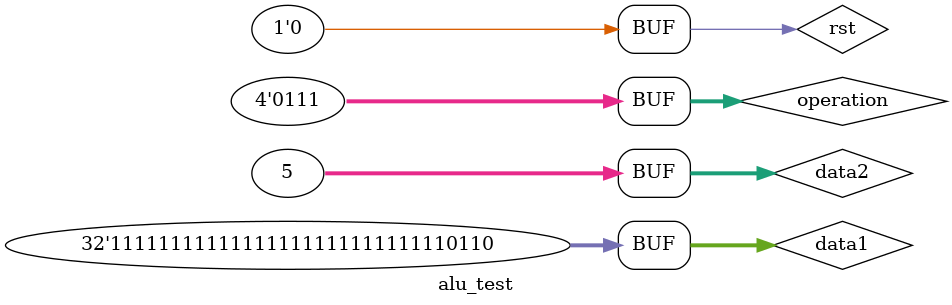
<source format=v>
`timescale 1ns / 1ps


module alu_test;

	// Inputs
	reg rst;
	reg [31:0] data1;
	reg [31:0] data2;
	reg [3:0] operation;

	// Outputs
	wire [31:0] alu_result;

	// Instantiate the Unit Under Test (UUT)
	alu uut (
		.rst(rst),
		.data1(data1), 
		.data2(data2), 
		.operation(operation), 
		.alu_result(alu_result)
	);

	initial begin
		// Initialize Inputs
		rst = 1;
		#100;
		
		rst = 0;
		data1 = 2;
		data2 = 1;
		operation = 4'b0010;

		#100; //Substract operatio
		data1 = 2;
		data2 = 2;
		operation = 4'b0110;
		#100; // AND operation
		data1 = 10;
		data2 = 6;
		operation = 4'b0000;
		#100; // OR operation
		data1 = 10;
		data2 = 5;
		operation = 4'b0001;
		#100; // SET ON lESS THAN operation
		data1 = -10;
		data2 = 5;
		operation = 4'b0111;
		// Add stimulus here

	end
      
endmodule


</source>
